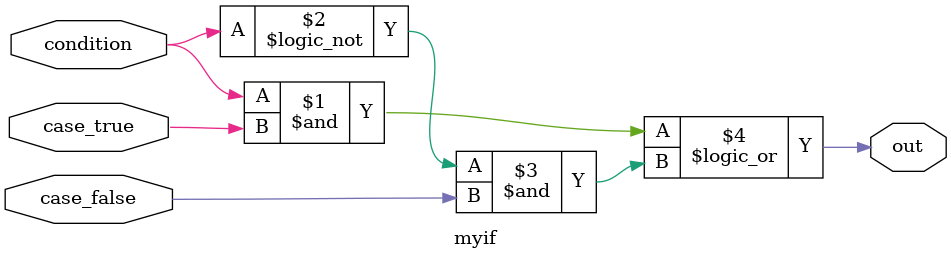
<source format=v>
module myif(condition, case_true, case_false, out);
	input condition;
	input case_false;
	input case_true;
	output out;
	assign out = (condition & case_true) || (!condition & case_false);
endmodule

</source>
